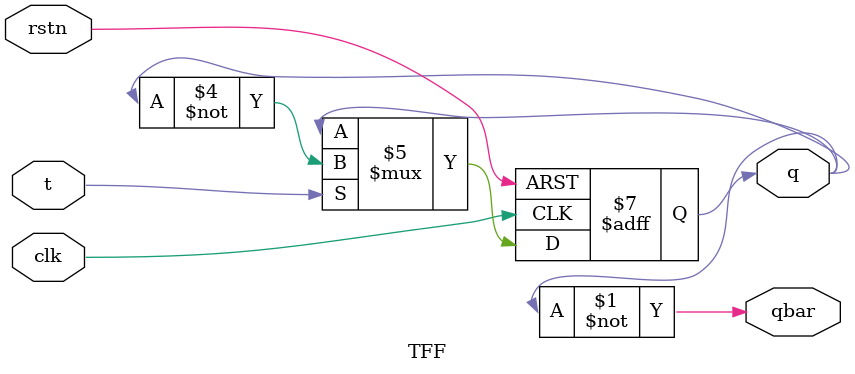
<source format=v>
module TFF(q ,qbar, t, rstn, clk);
    input t, rstn, clk;
    output reg q;
    output qbar;

    assign qbar = ~q;

    always @(posedge clk or negedge rstn) begin
        if(!rstn)
            q <= 0;
        else begin
            if(t)
                q <= ~q;
        end
    end
endmodule
</source>
